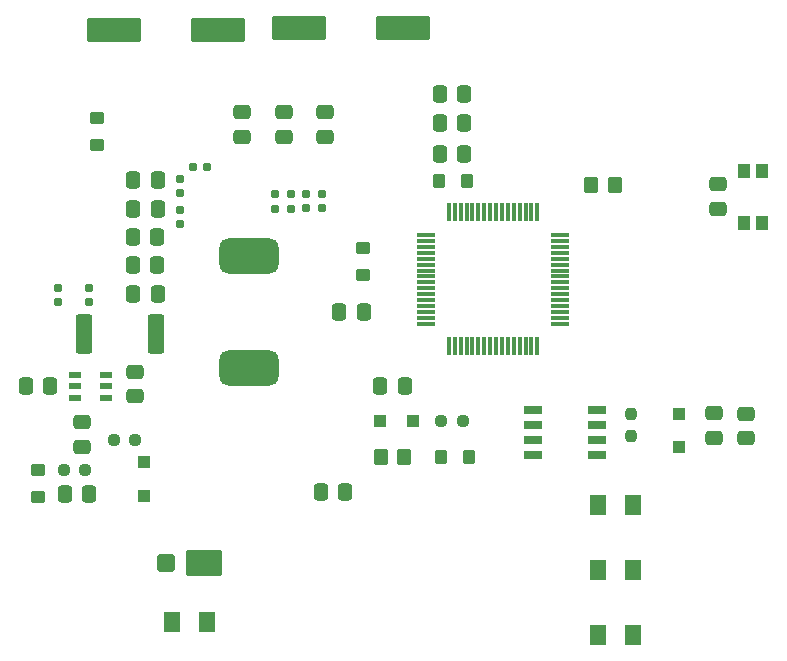
<source format=gbr>
%TF.GenerationSoftware,KiCad,Pcbnew,8.0.7*%
%TF.CreationDate,2025-05-08T16:31:26-05:00*%
%TF.ProjectId,OU_AIMNet_MPPT_v1.0,4f555f41-494d-44e6-9574-5f4d5050545f,rev?*%
%TF.SameCoordinates,Original*%
%TF.FileFunction,Paste,Top*%
%TF.FilePolarity,Positive*%
%FSLAX46Y46*%
G04 Gerber Fmt 4.6, Leading zero omitted, Abs format (unit mm)*
G04 Created by KiCad (PCBNEW 8.0.7) date 2025-05-08 16:31:26*
%MOMM*%
%LPD*%
G01*
G04 APERTURE LIST*
G04 Aperture macros list*
%AMRoundRect*
0 Rectangle with rounded corners*
0 $1 Rounding radius*
0 $2 $3 $4 $5 $6 $7 $8 $9 X,Y pos of 4 corners*
0 Add a 4 corners polygon primitive as box body*
4,1,4,$2,$3,$4,$5,$6,$7,$8,$9,$2,$3,0*
0 Add four circle primitives for the rounded corners*
1,1,$1+$1,$2,$3*
1,1,$1+$1,$4,$5*
1,1,$1+$1,$6,$7*
1,1,$1+$1,$8,$9*
0 Add four rect primitives between the rounded corners*
20,1,$1+$1,$2,$3,$4,$5,0*
20,1,$1+$1,$4,$5,$6,$7,0*
20,1,$1+$1,$6,$7,$8,$9,0*
20,1,$1+$1,$8,$9,$2,$3,0*%
G04 Aperture macros list end*
%ADD10RoundRect,0.250000X-0.350000X0.275000X-0.350000X-0.275000X0.350000X-0.275000X0.350000X0.275000X0*%
%ADD11RoundRect,0.160000X0.160000X-0.197500X0.160000X0.197500X-0.160000X0.197500X-0.160000X-0.197500X0*%
%ADD12RoundRect,0.250000X-0.300000X0.300000X-0.300000X-0.300000X0.300000X-0.300000X0.300000X0.300000X0*%
%ADD13RoundRect,0.250000X-0.337500X-0.475000X0.337500X-0.475000X0.337500X0.475000X-0.337500X0.475000X0*%
%ADD14RoundRect,0.250001X-0.462499X-0.624999X0.462499X-0.624999X0.462499X0.624999X-0.462499X0.624999X0*%
%ADD15RoundRect,0.237500X0.237500X-0.250000X0.237500X0.250000X-0.237500X0.250000X-0.237500X-0.250000X0*%
%ADD16RoundRect,0.250001X2.049999X0.799999X-2.049999X0.799999X-2.049999X-0.799999X2.049999X-0.799999X0*%
%ADD17RoundRect,0.250001X-2.049999X-0.799999X2.049999X-0.799999X2.049999X0.799999X-2.049999X0.799999X0*%
%ADD18RoundRect,0.075000X-0.075000X0.700000X-0.075000X-0.700000X0.075000X-0.700000X0.075000X0.700000X0*%
%ADD19RoundRect,0.075000X-0.700000X0.075000X-0.700000X-0.075000X0.700000X-0.075000X0.700000X0.075000X0*%
%ADD20RoundRect,0.250000X0.475000X-0.337500X0.475000X0.337500X-0.475000X0.337500X-0.475000X-0.337500X0*%
%ADD21R,1.050000X0.550000*%
%ADD22RoundRect,0.250000X-0.475000X0.337500X-0.475000X-0.337500X0.475000X-0.337500X0.475000X0.337500X0*%
%ADD23RoundRect,0.160000X-0.160000X0.197500X-0.160000X-0.197500X0.160000X-0.197500X0.160000X0.197500X0*%
%ADD24RoundRect,0.250000X-0.350000X-0.450000X0.350000X-0.450000X0.350000X0.450000X-0.350000X0.450000X0*%
%ADD25RoundRect,0.237500X-0.250000X-0.237500X0.250000X-0.237500X0.250000X0.237500X-0.250000X0.237500X0*%
%ADD26RoundRect,0.160000X0.197500X0.160000X-0.197500X0.160000X-0.197500X-0.160000X0.197500X-0.160000X0*%
%ADD27R,1.000000X1.300000*%
%ADD28RoundRect,0.250000X0.337500X0.475000X-0.337500X0.475000X-0.337500X-0.475000X0.337500X-0.475000X0*%
%ADD29RoundRect,0.250000X0.350000X-0.275000X0.350000X0.275000X-0.350000X0.275000X-0.350000X-0.275000X0*%
%ADD30RoundRect,0.237500X0.250000X0.237500X-0.250000X0.237500X-0.250000X-0.237500X0.250000X-0.237500X0*%
%ADD31RoundRect,0.249999X-0.450001X-1.425001X0.450001X-1.425001X0.450001X1.425001X-0.450001X1.425001X0*%
%ADD32RoundRect,0.250000X-0.275000X-0.350000X0.275000X-0.350000X0.275000X0.350000X-0.275000X0.350000X0*%
%ADD33R,1.528000X0.650000*%
%ADD34RoundRect,0.250000X1.300000X0.850000X-1.300000X0.850000X-1.300000X-0.850000X1.300000X-0.850000X0*%
%ADD35RoundRect,0.250000X0.500000X0.510000X-0.500000X0.510000X-0.500000X-0.510000X0.500000X-0.510000X0*%
%ADD36RoundRect,0.250000X0.350000X0.450000X-0.350000X0.450000X-0.350000X-0.450000X0.350000X-0.450000X0*%
%ADD37RoundRect,0.250000X0.300000X0.300000X-0.300000X0.300000X-0.300000X-0.300000X0.300000X-0.300000X0*%
%ADD38RoundRect,0.750000X1.750000X-0.750000X1.750000X0.750000X-1.750000X0.750000X-1.750000X-0.750000X0*%
G04 APERTURE END LIST*
D10*
%TO.C,FB5*%
X231500000Y-137300000D03*
X231500000Y-139600000D03*
%TD*%
D11*
%TO.C,R7*%
X205700000Y-141895000D03*
X205700000Y-140700000D03*
%TD*%
D12*
%TO.C,D6*%
X258200000Y-151400000D03*
X258200000Y-154200000D03*
%TD*%
D13*
%TO.C,C2*%
X206225000Y-158200000D03*
X208300000Y-158200000D03*
%TD*%
D14*
%TO.C,D7*%
X251387500Y-164600000D03*
X254362500Y-164600000D03*
%TD*%
D15*
%TO.C,R29*%
X254200000Y-153225000D03*
X254200000Y-151400000D03*
%TD*%
D16*
%TO.C,C16*%
X219200000Y-118900000D03*
X210400000Y-118900000D03*
%TD*%
D17*
%TO.C,C31*%
X226100000Y-118700000D03*
X234900000Y-118700000D03*
%TD*%
D18*
%TO.C,U3*%
X246250000Y-134325000D03*
X245750000Y-134325000D03*
X245250000Y-134325000D03*
X244750000Y-134325000D03*
X244250000Y-134325000D03*
X243750000Y-134325000D03*
X243250000Y-134325000D03*
X242750000Y-134325000D03*
X242250000Y-134325000D03*
X241750000Y-134325000D03*
X241250000Y-134325000D03*
X240750000Y-134325000D03*
X240250000Y-134325000D03*
X239750000Y-134325000D03*
X239250000Y-134325000D03*
X238750000Y-134325000D03*
D19*
X236825000Y-136250000D03*
X236825000Y-136750000D03*
X236825000Y-137250000D03*
X236825000Y-137750000D03*
X236825000Y-138250000D03*
X236825000Y-138750000D03*
X236825000Y-139250000D03*
X236825000Y-139750000D03*
X236825000Y-140250000D03*
X236825000Y-140750000D03*
X236825000Y-141250000D03*
X236825000Y-141750000D03*
X236825000Y-142250000D03*
X236825000Y-142750000D03*
X236825000Y-143250000D03*
X236825000Y-143750000D03*
D18*
X238750000Y-145675000D03*
X239250000Y-145675000D03*
X239750000Y-145675000D03*
X240250000Y-145675000D03*
X240750000Y-145675000D03*
X241250000Y-145675000D03*
X241750000Y-145675000D03*
X242250000Y-145675000D03*
X242750000Y-145675000D03*
X243250000Y-145675000D03*
X243750000Y-145675000D03*
X244250000Y-145675000D03*
X244750000Y-145675000D03*
X245250000Y-145675000D03*
X245750000Y-145675000D03*
X246250000Y-145675000D03*
D19*
X248175000Y-143750000D03*
X248175000Y-143250000D03*
X248175000Y-142750000D03*
X248175000Y-142250000D03*
X248175000Y-141750000D03*
X248175000Y-141250000D03*
X248175000Y-140750000D03*
X248175000Y-140250000D03*
X248175000Y-139750000D03*
X248175000Y-139250000D03*
X248175000Y-138750000D03*
X248175000Y-138250000D03*
X248175000Y-137750000D03*
X248175000Y-137250000D03*
X248175000Y-136750000D03*
X248175000Y-136250000D03*
%TD*%
D20*
%TO.C,C14*%
X224800000Y-127937500D03*
X224800000Y-125862500D03*
%TD*%
D21*
%TO.C,U6*%
X207100000Y-148100000D03*
X207100000Y-149050000D03*
X207100000Y-150000000D03*
X209700000Y-150000000D03*
X209700000Y-149050000D03*
X209700000Y-148100000D03*
%TD*%
D22*
%TO.C,C32*%
X261200000Y-151325000D03*
X261200000Y-153400000D03*
%TD*%
D23*
%TO.C,R12*%
X225400000Y-132802500D03*
X225400000Y-133997500D03*
%TD*%
D24*
%TO.C,R15*%
X250800000Y-132000000D03*
X252800000Y-132000000D03*
%TD*%
D20*
%TO.C,C3*%
X207700000Y-154175000D03*
X207700000Y-152100000D03*
%TD*%
D13*
%TO.C,C17*%
X237962500Y-129400000D03*
X240037500Y-129400000D03*
%TD*%
D25*
%TO.C,R3*%
X238087500Y-152000000D03*
X239912500Y-152000000D03*
%TD*%
D11*
%TO.C,R11*%
X224000000Y-133997500D03*
X224000000Y-132802500D03*
%TD*%
D26*
%TO.C,R10*%
X218297500Y-130500000D03*
X217102500Y-130500000D03*
%TD*%
D27*
%TO.C,S1*%
X265300000Y-135200000D03*
X265300000Y-130800000D03*
X263700000Y-135200000D03*
X263700000Y-130800000D03*
%TD*%
D11*
%TO.C,R13*%
X226700000Y-133990000D03*
X226700000Y-132795000D03*
%TD*%
D28*
%TO.C,C8*%
X214100000Y-141200000D03*
X212025000Y-141200000D03*
%TD*%
D29*
%TO.C,FB3*%
X204000000Y-158410000D03*
X204000000Y-156110000D03*
%TD*%
D22*
%TO.C,C33*%
X263900000Y-151362500D03*
X263900000Y-153437500D03*
%TD*%
D13*
%TO.C,C6*%
X202925000Y-149000000D03*
X205000000Y-149000000D03*
%TD*%
D14*
%TO.C,D8*%
X251387500Y-170100000D03*
X254362500Y-170100000D03*
%TD*%
D29*
%TO.C,FB2*%
X209000000Y-128650000D03*
X209000000Y-126350000D03*
%TD*%
D13*
%TO.C,C36*%
X229462500Y-142737500D03*
X231537500Y-142737500D03*
%TD*%
D30*
%TO.C,R1*%
X207954048Y-156100000D03*
X206129048Y-156100000D03*
%TD*%
D20*
%TO.C,C15*%
X228300000Y-127937500D03*
X228300000Y-125862500D03*
%TD*%
D28*
%TO.C,C5*%
X235037500Y-149000000D03*
X232962500Y-149000000D03*
%TD*%
D23*
%TO.C,R9*%
X216000000Y-131502500D03*
X216000000Y-132697500D03*
%TD*%
%TO.C,R14*%
X228000000Y-132797500D03*
X228000000Y-133992500D03*
%TD*%
D31*
%TO.C,R5*%
X207850000Y-144600000D03*
X213950000Y-144600000D03*
%TD*%
D28*
%TO.C,C11*%
X214100000Y-134000000D03*
X212025000Y-134000000D03*
%TD*%
D32*
%TO.C,FB4*%
X238120000Y-155000000D03*
X240420000Y-155000000D03*
%TD*%
D33*
%TO.C,U7*%
X245889000Y-151095000D03*
X245889000Y-152365000D03*
X245889000Y-153635000D03*
X245889000Y-154905000D03*
X251311000Y-154905000D03*
X251311000Y-153635000D03*
X251311000Y-152365000D03*
X251311000Y-151095000D03*
%TD*%
D34*
%TO.C,D11*%
X218000000Y-164000000D03*
D35*
X214780000Y-164000000D03*
%TD*%
D20*
%TO.C,C13*%
X221200000Y-127937500D03*
X221200000Y-125862500D03*
%TD*%
D23*
%TO.C,R8*%
X216000000Y-134102500D03*
X216000000Y-135297500D03*
%TD*%
D13*
%TO.C,C19*%
X237962500Y-124300000D03*
X240037500Y-124300000D03*
%TD*%
D28*
%TO.C,C10*%
X214075000Y-136400000D03*
X212000000Y-136400000D03*
%TD*%
%TO.C,C4*%
X230000000Y-158000000D03*
X227925000Y-158000000D03*
%TD*%
D13*
%TO.C,C18*%
X237962500Y-126800000D03*
X240037500Y-126800000D03*
%TD*%
D36*
%TO.C,R4*%
X234970000Y-155000000D03*
X232970000Y-155000000D03*
%TD*%
D12*
%TO.C,D1*%
X212900000Y-155500000D03*
X212900000Y-158300000D03*
%TD*%
D22*
%TO.C,C1*%
X261500000Y-131962500D03*
X261500000Y-134037500D03*
%TD*%
D32*
%TO.C,FB1*%
X237950000Y-131700000D03*
X240250000Y-131700000D03*
%TD*%
D28*
%TO.C,C9*%
X214075000Y-138800000D03*
X212000000Y-138800000D03*
%TD*%
D23*
%TO.C,R6*%
X208300000Y-140705000D03*
X208300000Y-141900000D03*
%TD*%
D37*
%TO.C,D2*%
X235720000Y-152000000D03*
X232920000Y-152000000D03*
%TD*%
D14*
%TO.C,D9*%
X251387500Y-159100000D03*
X254362500Y-159100000D03*
%TD*%
D20*
%TO.C,C7*%
X212200000Y-149900000D03*
X212200000Y-147825000D03*
%TD*%
D38*
%TO.C,L1*%
X221800000Y-147500000D03*
X221800000Y-138000000D03*
%TD*%
D28*
%TO.C,C12*%
X214100000Y-131600000D03*
X212025000Y-131600000D03*
%TD*%
D14*
%TO.C,D10*%
X215312500Y-169000000D03*
X218287500Y-169000000D03*
%TD*%
D30*
%TO.C,R2*%
X212200000Y-153556750D03*
X210375000Y-153556750D03*
%TD*%
M02*

</source>
